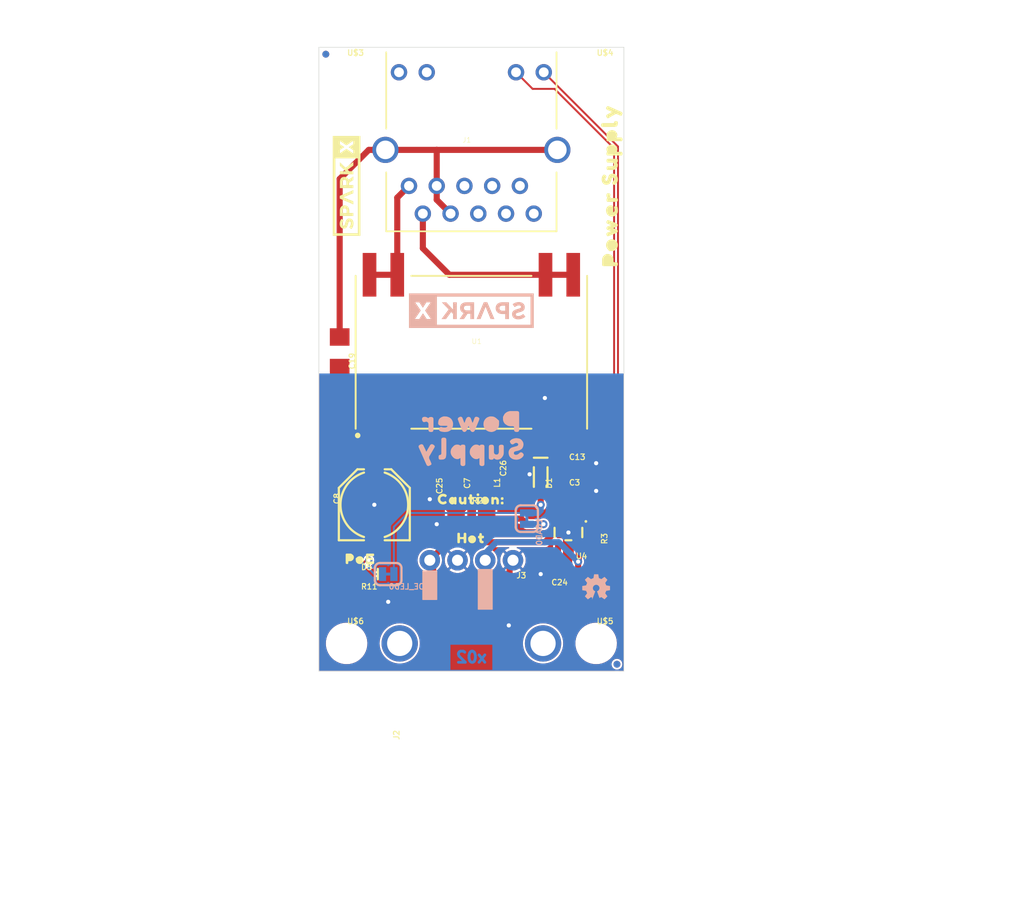
<source format=kicad_pcb>
(kicad_pcb (version 20221018) (generator pcbnew)
  (layers (0 "F.Cu" signal) (31 "B.Cu" signal) (34 "B.Paste" user) (35 "F.Paste" user) (36 "B.SilkS" user "B.Silkscreen") (37 "F.SilkS" user "F.Silkscreen") (38 "B.Mask" user) (39 "F.Mask" user) (44 "Edge.Cuts" user))
  (net 0 "")
  (net 1 "GND")
  (net 2 "3.3V")
  (net 3 "5V")
  (net 4 "N$10")
  (net 5 "PW+")
  (net 6 "PW-")
  (net 7 "GND-ISO")
  (net 8 "5V_RAW")
  (net 9 "5V_FILTER")
  (net 10 "N$9")
  (net 11 "N$6")
  (net 12 "N$5")
  (footprint "working:STAND-OFF" (layer "F.Cu") (at 159.9311 78.9686)
    (fp_text reference "U$4" (at 0 -2.032) (layer "F.SilkS") (effects (font (size 0.512064 0.512064) (thickness 0.097536)) (justify left)))
    (fp_text value "")
    (pad "" np_thru_hole circle (at 0 0) (size 3.302 3.302) (drill 3.302) (layers "*.Cu" "*.Mask"))
  )
  (footprint "working:0603" (layer "F.Cu") (at 157.3911 117.0686)
    (fp_text reference "C3" (at 0 -0.762) (layer "F.SilkS") (effects (font (size 0.512064 0.512064) (thickness 0.097536)) (justify left)))
    (fp_text value "0.1uF")
    (pad "1" smd rect (at -0.85 0) (size 1.1 1) (layers "F.Cu" "F.Paste" "F.Mask") (net 3 "5V"))
    (pad "2" smd rect (at 0.85 0) (size 1.1 1) (layers "F.Cu" "F.Paste" "F.Mask") (net 1 "GND"))
  )
  (footprint "working:SOT23-5" (layer "F.Cu") (at 157.3911 120.8786 180)
    (fp_text reference "U4" (at -1.778 -2.159) (layer "F.SilkS") (effects (font (size 0.512064 0.512064) (thickness 0.097536)) (justify right)))
    (fp_text value "3.3V")
    (pad "1" smd rect (at -0.95 1.3001 180) (size 0.55 1.2) (layers "F.Cu" "F.Paste" "F.Mask") (net 3 "5V"))
    (pad "2" smd rect (at 0 1.3001 180) (size 0.55 1.2) (layers "F.Cu" "F.Paste" "F.Mask") (net 1 "GND"))
    (pad "3" smd rect (at 0.95 1.3001 180) (size 0.55 1.2) (layers "F.Cu" "F.Paste" "F.Mask") (net 3 "5V"))
    (pad "4" smd rect (at 0.95 -1.3001 180) (size 0.55 1.2) (layers "F.Cu" "F.Paste" "F.Mask"))
    (pad "5" smd rect (at -0.95 -1.3001 180) (size 0.55 1.2) (layers "F.Cu" "F.Paste" "F.Mask") (net 2 "3.3V"))
  )
  (footprint "working:HOT1" (layer "F.Cu") (at 148.5011 121.3866)
    (fp_text reference "U$15" hide)
    (fp_text value "" hide)
  )
  (footprint "working:USB-A-S-NOSILK-FEMALE" (layer "F.Cu") (at 148.5011 133.5786 90)
    (fp_text reference "J2" (at -6.35 -6.858 90) (layer "F.SilkS") (effects (font (size 0.512064 0.512064) (thickness 0.097536)) (justify left)))
    (fp_text value "USB_A_SMT_FEMALE_NS")
    (pad "D+" smd rect (at 6.752 1 90) (size 3 0.9) (layers "F.Cu" "F.Paste" "F.Mask"))
    (pad "D-" smd rect (at 6.752 -1 90) (size 3 0.9) (layers "F.Cu" "F.Paste" "F.Mask"))
    (pad "GND" smd rect (at 6.752 3.5 90) (size 3 0.9) (layers "F.Cu" "F.Paste" "F.Mask") (net 1 "GND"))
    (pad "SHLD1" thru_hole circle (at 2.54 6.5659) (size 3.3274 3.3274) (drill 2.3114) (layers "*.Cu" "*.Mask"))
    (pad "SHLD2" thru_hole circle (at 2.54 -6.5659) (size 3.3274 3.3274) (drill 2.3114) (layers "*.Cu" "*.Mask"))
    (pad "VBUS" smd rect (at 6.752 -3.5 90) (size 3 0.9) (layers "F.Cu" "F.Paste" "F.Mask") (net 3 "5V"))
  )
  (footprint "working:0603" (layer "F.Cu") (at 157.3911 114.5286)
    (fp_text reference "C13" (at 0 -0.562) (layer "F.SilkS") (effects (font (size 0.512064 0.512064) (thickness 0.097536)) (justify left)))
    (fp_text value "0.22uF")
    (pad "1" smd rect (at -0.85 0) (size 1.1 1) (layers "F.Cu" "F.Paste" "F.Mask") (net 3 "5V"))
    (pad "2" smd rect (at 0.85 0) (size 1.1 1) (layers "F.Cu" "F.Paste" "F.Mask") (net 1 "GND"))
  )
  (footprint "working:0603" (layer "F.Cu") (at 159.9311 120.8786 -90)
    (fp_text reference "R3" (at 0 -0.762 90) (layer "F.SilkS") (effects (font (size 0.512064 0.512064) (thickness 0.097536)) (justify right)))
    (fp_text value "330")
    (pad "1" smd rect (at -0.85 0 270) (size 1.1 1) (layers "F.Cu" "F.Paste" "F.Mask") (net 4 "N$10"))
    (pad "2" smd rect (at 0.85 0 270) (size 1.1 1) (layers "F.Cu" "F.Paste" "F.Mask") (net 2 "3.3V"))
  )
  (footprint "working:LED-0603" (layer "F.Cu") (at 138.3411 124.6886)
    (fp_text reference "D5" (at 0 -0.635) (layer "F.SilkS") (effects (font (size 0.512064 0.512064) (thickness 0.097536)) (justify left)))
    (fp_text value "RED")
    (pad "A" smd roundrect (at -0.877 0 270) (size 1 1) (layers "F.Cu" "F.Paste" "F.Mask") (roundrect_rratio 0.15) (net 12 "N$5"))
    (pad "C" smd roundrect (at 0.877 0 270) (size 1 1) (layers "F.Cu" "F.Paste" "F.Mask") (roundrect_rratio 0.15) (net 1 "GND"))
  )
  (footprint "working:0603" (layer "F.Cu") (at 157.3911 124.6886 180)
    (fp_text reference "C24" (at 0 -0.762) (layer "F.SilkS") (effects (font (size 0.512064 0.512064) (thickness 0.097536)) (justify right)))
    (fp_text value "1.0uF")
    (pad "1" smd rect (at -0.85 0 180) (size 1.1 1) (layers "F.Cu" "F.Paste" "F.Mask") (net 2 "3.3V"))
    (pad "2" smd rect (at 0.85 0 180) (size 1.1 1) (layers "F.Cu" "F.Paste" "F.Mask") (net 1 "GND"))
  )
  (footprint "working:MAGJACK-SYM_LED" (layer "F.Cu") (at 148.5011 82.7786 180)
    (fp_text reference "J1" (at 0 -2.14) (layer "F.SilkS") (effects (font (size 0.4632 0.4632) (thickness 0.0368)) (justify right)))
    (fp_text value "MAGJACK-POE")
    (pad "" np_thru_hole circle (at -5.715 0 180) (size 3.25 3.25) (drill 3.25) (layers "*.Cu" "*.Mask"))
    (pad "" np_thru_hole circle (at 5.715 0 180) (size 3.25 3.25) (drill 3.25) (layers "*.Cu" "*.Mask"))
    (pad "1" thru_hole circle (at -5.715 -8.89 180) (size 1.5 1.5) (drill 0.9) (layers "*.Cu" "*.Mask"))
    (pad "2" thru_hole circle (at -4.445 -6.35 180) (size 1.5 1.5) (drill 0.9) (layers "*.Cu" "*.Mask"))
    (pad "3" thru_hole circle (at -3.175 -8.89 180) (size 1.5 1.5) (drill 0.9) (layers "*.Cu" "*.Mask"))
    (pad "4" thru_hole circle (at -1.905 -6.35 180) (size 1.5 1.5) (drill 0.9) (layers "*.Cu" "*.Mask"))
    (pad "5" thru_hole circle (at -0.635 -8.89 180) (size 1.5 1.5) (drill 0.9) (layers "*.Cu" "*.Mask"))
    (pad "6" thru_hole circle (at 0.635 -6.35 180) (size 1.5 1.5) (drill 0.9) (layers "*.Cu" "*.Mask"))
    (pad "7" thru_hole circle (at 1.905 -8.89 180) (size 1.5 1.5) (drill 0.9) (layers "*.Cu" "*.Mask") (net 7 "GND-ISO"))
    (pad "8" thru_hole circle (at 3.175 -6.35 180) (size 1.5 1.5) (drill 0.9) (layers "*.Cu" "*.Mask") (net 7 "GND-ISO"))
    (pad "9" thru_hole circle (at 4.445 -8.89 180) (size 1.5 1.5) (drill 0.9) (layers "*.Cu" "*.Mask") (net 5 "PW+"))
    (pad "10" thru_hole circle (at 5.715 -6.35 180) (size 1.5 1.5) (drill 0.9) (layers "*.Cu" "*.Mask") (net 6 "PW-"))
    (pad "11" thru_hole circle (at -6.63 4.06 180) (size 1.5 1.5) (drill 0.9) (layers "*.Cu" "*.Mask") (net 4 "N$10"))
    (pad "12" thru_hole circle (at -4.09 4.06 180) (size 1.5 1.5) (drill 0.9) (layers "*.Cu" "*.Mask") (net 1 "GND"))
    (pad "13" thru_hole circle (at 4.09 4.06 180) (size 1.5 1.5) (drill 0.9) (layers "*.Cu" "*.Mask"))
    (pad "14" thru_hole circle (at 6.63 4.06 180) (size 1.5 1.5) (drill 0.9) (layers "*.Cu" "*.Mask"))
    (pad "S1" thru_hole circle (at -7.875 -3.05 180) (size 2.4 2.4) (drill 1.7) (layers "*.Cu" "*.Mask") (net 7 "GND-ISO"))
    (pad "S2" thru_hole circle (at 7.875 -3.05 180) (size 2.4 2.4) (drill 1.7) (layers "*.Cu" "*.Mask") (net 7 "GND-ISO"))
  )
  (footprint "working:1206" (layer "F.Cu") (at 136.4361 104.3686 -90)
    (fp_text reference "C19" (at 0 -1.143 90) (layer "F.SilkS") (effects (font (size 0.512064 0.512064) (thickness 0.097536)) (justify right)))
    (fp_text value "1nF")
    (pad "1" smd rect (at -1.4 0 270) (size 1.6 1.8) (layers "F.Cu" "F.Paste" "F.Mask") (net 7 "GND-ISO"))
    (pad "2" smd rect (at 1.4 0 270) (size 1.6 1.8) (layers "F.Cu" "F.Paste" "F.Mask") (net 1 "GND"))
  )
  (footprint "working:SOD-323" (layer "F.Cu") (at 154.8511 115.7986 -90)
    (fp_text reference "D1" (at 0 -0.762 90) (layer "F.SilkS") (effects (font (size 0.512064 0.512064) (thickness 0.097536)) (justify right)))
    (fp_text value "3A/10V/280mV")
    (pad "A" smd rect (at 1.15 0 270) (size 0.63 0.83) (layers "F.Cu" "F.Paste" "F.Mask") (net 9 "5V_FILTER"))
    (pad "C" smd rect (at -1.15 0 270) (size 0.63 0.83) (layers "F.Cu" "F.Paste" "F.Mask") (net 3 "5V"))
  )
  (footprint "working:FIDUCIAL-MICRO" (layer "F.Cu") (at 161.8361 132.9436 90)
    (fp_text reference "FD1" hide)
    (fp_text value "FIDUCIALUFIDUCIAL" hide)
    (pad "1" smd roundrect (at 0 0 90) (size 0.635 0.635) (layers "F.Cu" "F.Mask") (roundrect_rratio 0.5))
  )
  (footprint "working:0805" (layer "F.Cu") (at 144.6911 115.7986 -90)
    (fp_text reference "C25" (at 0 -0.889 90) (layer "F.SilkS") (effects (font (size 0.512064 0.512064) (thickness 0.097536)) (justify right)))
    (fp_text value "10uF")
    (pad "1" smd rect (at -0.9 0 270) (size 0.8 1.2) (layers "F.Cu" "F.Paste" "F.Mask") (net 8 "5V_RAW"))
    (pad "2" smd rect (at 0.9 0 270) (size 0.8 1.2) (layers "F.Cu" "F.Paste" "F.Mask") (net 1 "GND"))
  )
  (footprint "working:SUPPLY1" (layer "F.Cu") (at 161.2011 85.3186 90)
    (fp_text reference "U$21" hide)
    (fp_text value "" hide)
  )
  (footprint "working:0603" (layer "F.Cu") (at 138.3411 126.5936)
    (fp_text reference "R11" (at 0 -0.762) (layer "F.SilkS") (effects (font (size 0.512064 0.512064) (thickness 0.097536)) (justify left)))
    (fp_text value "1k")
    (pad "1" smd rect (at -0.85 0) (size 1.1 1) (layers "F.Cu" "F.Paste" "F.Mask") (net 12 "N$5"))
    (pad "2" smd rect (at 0.85 0) (size 1.1 1) (layers "F.Cu" "F.Paste" "F.Mask") (net 11 "N$6"))
  )
  (footprint "working:#POE#0" (layer "F.Cu") (at 158.6611 89.1286 90)
    (fp_text reference "U$18" hide)
    (fp_text value "" hide)
  )
  (footprint "working:0805" (layer "F.Cu") (at 147.2311 115.7986 -90)
    (fp_text reference "C7" (at 0 -0.889 90) (layer "F.SilkS") (effects (font (size 0.512064 0.512064) (thickness 0.097536)) (justify right)))
    (fp_text value "10uF")
    (pad "1" smd rect (at -0.9 0 270) (size 0.8 1.2) (layers "F.Cu" "F.Paste" "F.Mask") (net 8 "5V_RAW"))
    (pad "2" smd rect (at 0.9 0 270) (size 0.8 1.2) (layers "F.Cu" "F.Paste" "F.Mask") (net 1 "GND"))
  )
  (footprint "working:1X04_NO_SILK" (layer "F.Cu") (at 152.3111 123.4186 180)
    (fp_text reference "J3" (at -1.27 -1.397) (layer "F.SilkS") (effects (font (size 0.512064 0.512064) (thickness 0.097536)) (justify right)))
    (fp_text value "")
    (pad "1" thru_hole circle (at 0 0 270) (size 1.8796 1.8796) (drill 1.016) (layers "*.Cu" "*.Mask") (net 1 "GND"))
    (pad "2" thru_hole circle (at 2.54 0 270) (size 1.8796 1.8796) (drill 1.016) (layers "*.Cu" "*.Mask") (net 2 "3.3V"))
    (pad "3" thru_hole circle (at 5.08 0 270) (size 1.8796 1.8796) (drill 1.016) (layers "*.Cu" "*.Mask") (net 1 "GND"))
    (pad "4" thru_hole circle (at 7.62 0 270) (size 1.8796 1.8796) (drill 1.016) (layers "*.Cu" "*.Mask") (net 3 "5V"))
  )
  (footprint "working:STAND-OFF" (layer "F.Cu") (at 137.0711 78.9686)
    (fp_text reference "U$3" (at 0 -2.032) (layer "F.SilkS") (effects (font (size 0.512064 0.512064) (thickness 0.097536)) (justify left)))
    (fp_text value "")
    (pad "" np_thru_hole circle (at 0 0) (size 3.302 3.302) (drill 3.302) (layers "*.Cu" "*.Mask"))
  )
  (footprint "working:0805" (layer "F.Cu") (at 152.3111 115.7986 90)
    (fp_text reference "C26" (at 0 -0.889 90) (layer "F.SilkS") (effects (font (size 0.512064 0.512064) (thickness 0.097536)) (justify left)))
    (fp_text value "10uF")
    (pad "1" smd rect (at -0.9 0 90) (size 0.8 1.2) (layers "F.Cu" "F.Paste" "F.Mask") (net 9 "5V_FILTER"))
    (pad "2" smd rect (at 0.9 0 90) (size 0.8 1.2) (layers "F.Cu" "F.Paste" "F.Mask") (net 1 "GND"))
  )
  (footprint "working:PANASONIC_D" (layer "F.Cu") (at 139.6111 118.3386 90)
    (fp_text reference "C8" (at 0 -3.429 90) (layer "F.SilkS") (effects (font (size 0.512064 0.512064) (thickness 0.097536)) (justify left)))
    (fp_text value "100uF")
    (pad "+" smd rect (at 2.4 0 90) (size 3 1.4) (layers "F.Cu" "F.Paste" "F.Mask") (net 8 "5V_RAW"))
    (pad "-" smd rect (at -2.4 0 90) (size 3 1.4) (layers "F.Cu" "F.Paste" "F.Mask") (net 1 "GND"))
  )
  (footprint "working:POWER0" (layer "F.Cu") (at 161.2011 93.0656 90)
    (fp_text reference "U$20" hide)
    (fp_text value "" hide)
  )
  (footprint "working:STAND-OFF" (layer "F.Cu") (at 137.0711 131.0386)
    (fp_text reference "U$6" (at 0 -2.032) (layer "F.SilkS") (effects (font (size 0.512064 0.512064) (thickness 0.097536)) (justify left)))
    (fp_text value "")
    (pad "" np_thru_hole circle (at 0 0) (size 3.302 3.302) (drill 3.302) (layers "*.Cu" "*.Mask"))
  )
  (footprint "working:STAND-OFF" (layer "F.Cu") (at 159.9311 131.0386)
    (fp_text reference "U$5" (at 0 -2.032) (layer "F.SilkS") (effects (font (size 0.512064 0.512064) (thickness 0.097536)) (justify left)))
    (fp_text value "")
    (pad "" np_thru_hole circle (at 0 0) (size 3.302 3.302) (drill 3.302) (layers "*.Cu" "*.Mask"))
  )
  (footprint "working:CREATIVE_COMMONS" (layer "F.Cu") (at 125.6411 153.8986)
    (fp_text reference "FRAME1" hide)
    (fp_text value "FRAME-LETTER" hide)
  )
  (footprint "working:0805-WIDE" (layer "F.Cu") (at 149.7711 115.7986 -90)
    (fp_text reference "L1" (at 0 -1.089 90) (layer "F.SilkS") (effects (font (size 0.512064 0.512064) (thickness 0.097536)) (justify right)))
    (fp_text value "2.2uH")
    (pad "1" smd rect (at -0.8 0 270) (size 0.8 1.8) (layers "F.Cu" "F.Paste" "F.Mask") (net 8 "5V_RAW"))
    (pad "2" smd rect (at 0.8 0 270) (size 0.8 1.8) (layers "F.Cu" "F.Paste" "F.Mask") (net 9 "5V_FILTER"))
  )
  (footprint "working:1206" (layer "F.Cu") (at 148.5011 119.6086)
    (fp_text reference "R2" (at 0 -1.651) (layer "F.SilkS") (effects (font (size 0.512064 0.512064) (thickness 0.097536)) (justify left)))
    (fp_text value "49.9OHM-1206-1/2W-1%" hide)
    (pad "1" smd rect (at -1.4 0) (size 1.6 1.8) (layers "F.Cu" "F.Paste" "F.Mask") (net 1 "GND"))
    (pad "2" smd rect (at 1.4 0) (size 1.6 1.8) (layers "F.Cu" "F.Paste" "F.Mask") (net 10 "N$9"))
  )
  (footprint "working:POE0" (layer "F.Cu") (at 138.3411 123.2916)
    (fp_text reference "U$16" hide)
    (fp_text value "" hide)
  )
  (footprint "working:DP990X" (layer "F.Cu") (at 148.5011 104.3686)
    (fp_text reference "U1" (at 0 -1) (layer "F.SilkS") (effects (font (size 0.4632 0.4632) (thickness 0.0368)) (justify left)))
    (fp_text value "POE_PSU-DP990X")
    (pad "1" smd rect (at -9.33 7.1) (size 1.25 4) (layers "F.Cu" "F.Paste" "F.Mask") (net 8 "5V_RAW"))
    (pad "2" smd rect (at -6.79 7.1) (size 1.25 4) (layers "F.Cu" "F.Paste" "F.Mask") (net 8 "5V_RAW"))
    (pad "3" smd rect (at 6.79 7.1) (size 1.25 4) (layers "F.Cu" "F.Paste" "F.Mask") (net 1 "GND"))
    (pad "4" smd rect (at 9.33 7.1) (size 1.25 4) (layers "F.Cu" "F.Paste" "F.Mask"))
    (pad "5" smd rect (at 9.33 -7.1 180) (size 1.25 4) (layers "F.Cu" "F.Paste" "F.Mask") (net 5 "PW+"))
    (pad "6" smd rect (at 6.79 -7.1 180) (size 1.25 4) (layers "F.Cu" "F.Paste" "F.Mask") (net 5 "PW+"))
    (pad "7" smd rect (at -6.79 -7.1 180) (size 1.25 4) (layers "F.Cu" "F.Paste" "F.Mask") (net 6 "PW-"))
    (pad "8" smd rect (at -9.33 -7.1 180) (size 1.25 4) (layers "F.Cu" "F.Paste" "F.Mask") (net 6 "PW-"))
  )
  (footprint "working:FIDUCIAL-MICRO" (layer "F.Cu") (at 135.1661 77.0636 90)
    (fp_text reference "FD2" hide)
    (fp_text value "FIDUCIALUFIDUCIAL" hide)
    (pad "1" smd roundrect (at 0 0 90) (size 0.635 0.635) (layers "F.Cu" "F.Mask") (roundrect_rratio 0.5))
  )
  (footprint "working:CAUTION#0" (layer "F.Cu") (at 148.5011 117.8306)
    (fp_text reference "U$14" hide)
    (fp_text value "" hide)
  )
  (footprint "working:SPARKX-MEDIUM" (layer "F.Cu") (at 137.0711 89.1286 90)
    (fp_text reference "U$7" hide)
    (fp_text value "SPARKX-LOGO4" hide)
  )
  (footprint "working:#GND#1" (layer "B.Cu") (at 147.2311 126.2126 -90)
    (fp_text reference "U$12" hide)
    (fp_text value "" hide)
  )
  (footprint "working:SPARKX-LARGE" (layer "B.Cu") (at 148.5011 100.5586 180)
    (fp_text reference "U$19" hide)
    (fp_text value "SPARKX-LOGO4" hide)
  )
  (footprint "working:OSHW-LOGO-MINI" (layer "B.Cu") (at 159.9311 125.9586 180)
    (fp_text reference "LOGO3" hide)
    (fp_text value "OSHW-LOGOMINI" hide)
  )
  (footprint "working:POWER_0" (layer "B.Cu") (at 147.9931 110.7186 180)
    (fp_text reference "U$17" hide)
    (fp_text value "" hide)
  )
  (footprint "working:#POE#0" (layer "B.Cu") (at 148.5011 108.1786 180)
    (fp_text reference "U$1" hide)
    (fp_text value "" hide)
  )
  (footprint "working:#5V#2" (layer "B.Cu") (at 144.6911 125.7046 -90)
    (fp_text reference "U$11" hide)
    (fp_text value "" hide)
  )
  (footprint "working:SMT-JUMPER_2_NC_TRACE_SILK" (layer "B.Cu") (at 153.5811 119.6086 90)
    (fp_text reference "LOAD0" (at 0 1.143 90) (layer "B.SilkS") (effects (font (size 0.512064 0.512064) (thickness 0.097536)) (justify left mirror)))
    (fp_text value "JUMPER-SMT_2_NC_TRACE_SILK")
    (fp_poly (pts (xy 0.1905 -0.13335) (xy -0.70485 -0.13335) (xy -0.70485 0.13335) (xy 0.1905 0.13335)) (fill solid) (layer "B.Cu"))
    (pad "1" smd rect (at -0.5207 0 90) (size 0.6604 1.27) (layers "B.Cu" "B.Mask") (net 10 "N$9"))
    (pad "2" smd rect (at 0.5207 0 90) (size 0.6604 1.27) (layers "B.Cu" "B.Mask") (net 9 "5V_FILTER"))
  )
  (footprint "working:#LOAD#0" (layer "B.Cu") (at 157.1371 119.6086 180)
    (fp_text reference "U$9" hide)
    (fp_text value "" hide)
  )
  (footprint "working:#GND#1" (layer "B.Cu") (at 152.3111 126.2126 -90)
    (fp_text reference "U$13" hide)
    (fp_text value "" hide)
  )
  (footprint "working:#LED#0" (layer "B.Cu") (at 140.8811 122.7836 180)
    (fp_text reference "U$8" hide)
    (fp_text value "" hide)
  )
  (footprint "working:FIDUCIAL-MICRO" (layer "B.Cu") (at 161.8361 132.9436 -90)
    (fp_text reference "FD3" hide)
    (fp_text value "FIDUCIALUFIDUCIAL" hide)
    (pad "1" smd roundrect (at 0 0 270) (size 0.635 0.635) (layers "B.Cu" "B.Mask") (roundrect_rratio 0.5))
  )
  (footprint "working:SUPPLY_1" (layer "B.Cu") (at 147.9931 113.2586 180)
    (fp_text reference "U$22" hide)
    (fp_text value "" hide)
  )
  (footprint "working:#3V3#0" (layer "B.Cu") (at 149.7711 126.0856 -90)
    (fp_text reference "U$10" hide)
    (fp_text value "" hide)
  )
  (footprint "working:SMT-JUMPER_2_NC_TRACE_SILK" (layer "B.Cu") (at 140.8811 124.6886)
    (fp_text reference "POE_LED0" (at 0 1.143) (layer "B.SilkS") (effects (font (size 0.512064 0.512064) (thickness 0.097536)) (justify right mirror)))
    (fp_text value "JUMPER-SMT_2_NC_TRACE_SILK")
    (fp_poly (pts (xy 0.1905 -0.13335) (xy -0.70485 -0.13335) (xy -0.70485 0.13335) (xy 0.1905 0.13335)) (fill solid) (layer "B.Cu"))
    (pad "1" smd rect (at -0.5207 0) (size 0.6604 1.27) (layers "B.Cu" "B.Mask") (net 11 "N$6"))
    (pad "2" smd rect (at 0.5207 0) (size 0.6604 1.27) (layers "B.Cu" "B.Mask") (net 9 "5V_FILTER"))
  )
  (footprint "working:FIDUCIAL-MICRO" (layer "B.Cu") (at 135.1661 77.0636 -90)
    (fp_text reference "FD4" hide)
    (fp_text value "FIDUCIALUFIDUCIAL" hide)
    (pad "1" smd roundrect (at 0 0 270) (size 0.635 0.635) (layers "B.Cu" "B.Mask") (roundrect_rratio 0.5))
  )
  (gr_line (start 162.4711 133.5786) (end 134.5311 133.5786) (stroke (width 0.05)) (layer "Edge.Cuts"))
  (gr_line (start 162.4711 76.4286) (end 134.5311 76.4286) (stroke (width 0.05)) (layer "Edge.Cuts"))
  (gr_line (start 162.4711 133.5786) (end 162.4711 76.4286) (stroke (width 0.05)) (layer "Edge.Cuts"))
  (gr_line (start 134.5311 76.4286) (end 134.5311 133.5786) (stroke (width 0.05)) (layer "Edge.Cuts"))
  (gr_text "x02" (at 148.5011 132.3086) (layer "B.Cu") (effects (font (size 1.016 1.016) (thickness 0.254)) (justify mirror)))
  (segment (start 161.5755 114.1542) (end 161.2011 114.5286) (width 0.1778) (layer "F.Cu") (net 1))
  (segment (start 154.1111 80.2386) (end 156.1211 80.2386) (width 0.1778) (layer "F.Cu") (net 1))
  (segment (start 136.4361 105.7686) (end 136.4361 108.8136) (width 0.5588) (layer "F.Cu") (net 1))
  (segment (start 152.0011 123.7286) (end 152.3111 123.4186) (width 0.5588) (layer "F.Cu") (net 1))
  (segment (start 161.2011 114.5286) (end 158.2411 114.5286) (width 0.1778) (layer "F.Cu") (net 1))
  (segment (start 161.5755 85.693) (end 161.5755 114.1542) (width 0.1778) (layer "F.Cu") (net 1))
  (segment (start 152.0011 126.8266) (end 152.0011 123.7286) (width 0.5588) (layer "F.Cu") (net 1))
  (segment (start 152.5911 78.7186) (end 154.1111 80.2386) (width 0.1778) (layer "F.Cu") (net 1))
  (segment (start 156.1211 80.2386) (end 161.5755 85.693) (width 0.1778) (layer "F.Cu") (net 1))
  (segment (start 136.4361 108.8136) (end 137.0711 109.4486) (width 0.5588) (layer "F.Cu") (net 1))
  (via (at 157.3911 120.8786) (size 0.7366) (drill 0.381) (layers "F.Cu" "B.Cu") (net 1))
  (via (at 144.6911 117.8306) (size 0.7366) (drill 0.381) (layers "F.Cu" "B.Cu") (net 1))
  (via (at 159.9311 117.0686) (size 0.7366) (drill 0.381) (layers "F.Cu" "B.Cu") (net 1))
  (via (at 154.8511 124.6886) (size 0.7366) (drill 0.381) (layers "F.Cu" "B.Cu") (net 1))
  (via (at 151.9301 129.3876) (size 0.7366) (drill 0.381) (layers "F.Cu" "B.Cu") (net 1))
  (via (at 153.8351 115.5446) (size 0.7366) (drill 0.381) (layers "F.Cu" "B.Cu") (net 1))
  (via (at 145.3261 120.1166) (size 0.7366) (drill 0.381) (layers "F.Cu" "B.Cu") (net 1))
  (via (at 139.6111 118.3386) (size 0.7366) (drill 0.381) (layers "F.Cu" "B.Cu") (net 1))
  (via (at 155.2321 108.5596) (size 0.7366) (drill 0.381) (layers "F.Cu" "B.Cu") (net 1))
  (via (at 140.8811 127.2286) (size 0.7366) (drill 0.381) (layers "F.Cu" "B.Cu") (net 1))
  (via (at 159.9311 114.5286) (size 0.7366) (drill 0.381) (layers "F.Cu" "B.Cu") (net 1))
  (segment (start 158.7912 121.7286) (end 158.3411 122.1787) (width 0.5588) (layer "F.Cu") (net 2))
  (segment (start 159.9311 121.7286) (end 158.7912 121.7286) (width 0.5588) (layer "F.Cu") (net 2))
  (segment (start 158.2801 124.6496) (end 158.2411 124.6886) (width 0.5588) (layer "F.Cu") (net 2))
  (segment (start 158.3411 123.4186) (end 158.3411 123.4846) (width 0.5588) (layer "F.Cu") (net 2))
  (segment (start 158.2801 123.5456) (end 158.2801 124.6496) (width 0.5588) (layer "F.Cu") (net 2))
  (segment (start 158.3411 123.4846) (end 158.2801 123.5456) (width 0.5588) (layer "F.Cu") (net 2))
  (segment (start 158.3411 122.1787) (end 158.3411 123.4186) (width 0.5588) (layer "F.Cu") (net 2))
  (via (at 158.2801 123.5456) (size 0.7366) (drill 0.381) (layers "F.Cu" "B.Cu") (net 2))
  (segment (start 149.7711 123.4186) (end 149.7711 122.7836) (width 0.5588) (layer "B.Cu") (net 2))
  (segment (start 150.7871 121.7676) (end 156.5021 121.7676) (width 0.5588) (layer "B.Cu") (net 2))
  (segment (start 156.5021 121.7676) (end 158.2801 123.5456) (width 0.5588) (layer "B.Cu") (net 2))
  (segment (start 149.7711 122.7836) (end 150.7871 121.7676) (width 0.5588) (layer "B.Cu") (net 2))
  (segment (start 146.3421 121.7676) (end 155.2321 121.7676) (width 0.5588) (layer "F.Cu") (net 3))
  (segment (start 154.8511 114.6486) (end 156.4211 114.6486) (width 0.5588) (layer "F.Cu") (net 3))
  (segment (start 156.4411 118.3386) (end 156.4411 117.1686) (width 0.5588) (layer "F.Cu") (net 3))
  (segment (start 145.0011 123.7286) (end 144.6911 123.4186) (width 0.5588) (layer "F.Cu") (net 3))
  (segment (start 156.5411 114.5286) (end 156.5411 117.0686) (width 0.5588) (layer "F.Cu") (net 3))
  (segment (start 158.1531 118.3386) (end 156.4411 118.3386) (width 0.5588) (layer "F.Cu") (net 3))
  (segment (start 158.3411 119.5785) (end 158.3411 118.5266) (width 0.5588) (layer "F.Cu") (net 3))
  (segment (start 145.0011 126.8266) (end 145.0011 123.7286) (width 0.5588) (layer "F.Cu") (net 3))
  (segment (start 156.4211 114.6486) (end 156.5411 114.5286) (width 0.5588) (layer "F.Cu") (net 3))
  (segment (start 156.4411 117.1686) (end 156.5411 117.0686) (width 0.5588) (layer "F.Cu") (net 3))
  (segment (start 156.4411 119.5785) (end 156.4411 118.3386) (width 0.5588) (layer "F.Cu") (net 3))
  (segment (start 144.6911 123.4186) (end 146.3421 121.7676) (width 0.5588) (layer "F.Cu") (net 3))
  (segment (start 158.3411 118.5266) (end 158.1531 118.3386) (width 0.5588) (layer "F.Cu") (net 3))
  (segment (start 155.2321 121.7676) (end 156.4411 120.5586) (width 0.5588) (layer "F.Cu") (net 3))
  (segment (start 156.4411 120.5586) (end 156.4411 119.5785) (width 0.5588) (layer "F.Cu") (net 3))
  (segment (start 161.9311 85.5186) (end 161.9311 118.0286) (width 0.1778) (layer "F.Cu") (net 4))
  (segment (start 161.9311 85.5186) (end 155.1311 78.7186) (width 0.1778) (layer "F.Cu") (net 4))
  (segment (start 159.9311 120.0286) (end 161.9311 118.0286) (width 0.1778) (layer "F.Cu") (net 4))
  (segment (start 144.0561 91.6686) (end 144.0561 94.8436) (width 0.5588) (layer "F.Cu") (net 5))
  (segment (start 146.4811 97.2686) (end 155.2911 97.2686) (width 0.5588) (layer "F.Cu") (net 5))
  (segment (start 144.0561 94.8436) (end 146.4811 97.2686) (width 0.5588) (layer "F.Cu") (net 5))
  (segment (start 155.2911 97.2686) (end 157.8311 97.2686) (width 0.5588) (layer "F.Cu") (net 5))
  (segment (start 142.7861 89.1286) (end 141.7111 90.2036) (width 0.5588) (layer "F.Cu") (net 6))
  (segment (start 141.7111 97.2686) (end 139.1711 97.2686) (width 0.5588) (layer "F.Cu") (net 6))
  (segment (start 141.7111 90.2036) (end 141.7111 97.2686) (width 0.5588) (layer "F.Cu") (net 6))
  (segment (start 140.6261 85.8286) (end 145.3261 85.8286) (width 0.5588) (layer "F.Cu") (net 7))
  (segment (start 145.3261 85.8286) (end 156.3761 85.8286) (width 0.5588) (layer "F.Cu") (net 7))
  (segment (start 136.4361 88.4936) (end 139.1011 85.8286) (width 0.5588) (layer "F.Cu") (net 7))
  (segment (start 145.3261 90.3986) (end 145.3261 89.1286) (width 0.5588) (layer "F.Cu") (net 7))
  (segment (start 146.5961 91.6686) (end 145.3261 90.3986) (width 0.5588) (layer "F.Cu") (net 7))
  (segment (start 139.1011 85.8286) (end 140.6261 85.8286) (width 0.5588) (layer "F.Cu") (net 7))
  (segment (start 145.3261 89.1286) (end 145.3261 85.8286) (width 0.5588) (layer "F.Cu") (net 7))
  (segment (start 136.4361 102.9686) (end 136.4361 88.4936) (width 0.5588) (layer "F.Cu") (net 7))
  (segment (start 147.2311 114.8986) (end 149.6711 114.8986) (width 0.5588) (layer "F.Cu") (net 8))
  (segment (start 144.6911 114.8986) (end 144.6801 114.9096) (width 0.5588) (layer "F.Cu") (net 8))
  (segment (start 141.7111 115.4766) (end 141.2491 115.9386) (width 0.5588) (layer "F.Cu") (net 8))
  (segment (start 141.7111 114.9096) (end 141.7111 115.4766) (width 0.5588) (layer "F.Cu") (net 8))
  (segment (start 141.7111 111.4686) (end 139.1711 111.4686) (width 0.5588) (layer "F.Cu") (net 8))
  (segment (start 149.6711 114.8986) (end 149.7711 114.9986) (width 0.5588) (layer "F.Cu") (net 8))
  (segment (start 141.2491 115.9386) (end 139.6111 115.9386) (width 0.5588) (layer "F.Cu") (net 8))
  (segment (start 141.7111 111.4686) (end 141.7111 114.9096) (width 0.5588) (layer "F.Cu") (net 8))
  (segment (start 147.2311 114.8986) (end 144.6911 114.8986) (width 0.5588) (layer "F.Cu") (net 8))
  (segment (start 144.6801 114.9096) (end 141.7111 114.9096) (width 0.5588) (layer "F.Cu") (net 8))
  (segment (start 154.8511 116.9486) (end 154.8511 118.3386) (width 0.5588) (layer "F.Cu") (net 9))
  (segment (start 149.7711 116.5986) (end 152.2111 116.5986) (width 0.5588) (layer "F.Cu") (net 9))
  (segment (start 152.2111 116.5986) (end 152.3111 116.6986) (width 0.5588) (layer "F.Cu") (net 9))
  (segment (start 154.8511 116.9486) (end 153.7151 116.9486) (width 0.5588) (layer "F.Cu") (net 9))
  (segment (start 153.7151 116.9486) (end 153.4651 116.6986) (width 0.5588) (layer "F.Cu") (net 9))
  (segment (start 152.3111 116.6986) (end 153.4651 116.6986) (width 0.5588) (layer "F.Cu") (net 9))
  (via (at 154.8511 118.3386) (size 0.7366) (drill 0.381) (layers "F.Cu" "B.Cu") (net 9))
  (segment (start 152.0698 119.0879) (end 142.6718 119.0879) (width 0.1778) (layer "B.Cu") (net 9))
  (segment (start 154.6098 119.0879) (end 154.8511 118.8466) (width 0.5588) (layer "B.Cu") (net 9))
  (segment (start 152.0698 119.0879) (end 152.3111 119.0879) (width 0.1778) (layer "B.Cu") (net 9))
  (segment (start 142.6718 119.0879) (end 141.4018 120.3579) (width 0.1778) (layer "B.Cu") (net 9))
  (segment (start 154.8511 118.8466) (end 154.8511 118.3386) (width 0.5588) (layer "B.Cu") (net 9))
  (segment (start 153.5811 119.0879) (end 154.6098 119.0879) (width 0.5588) (layer "B.Cu") (net 9))
  (segment (start 141.4018 120.3579) (end 141.4018 124.6886) (width 0.1778) (layer "B.Cu") (net 9))
  (segment (start 152.3111 119.0879) (end 153.5811 119.0879) (width 0.1778) (layer "B.Cu") (net 9))
  (segment (start 155.1051 120.1166) (end 153.5811 120.1166) (width 0.5588) (layer "F.Cu") (net 10))
  (segment (start 153.0731 119.6086) (end 149.9011 119.6086) (width 0.5588) (layer "F.Cu") (net 10))
  (segment (start 153.5811 120.1166) (end 153.0731 119.6086) (width 0.5588) (layer "F.Cu") (net 10))
  (via (at 155.1051 120.1166) (size 0.7366) (drill 0.381) (layers "F.Cu" "B.Cu") (net 10))
  (segment (start 153.5811 120.1293) (end 153.5938 120.1166) (width 0.5588) (layer "B.Cu") (net 10))
  (segment (start 153.5938 120.1166) (end 155.1051 120.1166) (width 0.5588) (layer "B.Cu") (net 10))
  (segment (start 138.3411 123.9266) (end 138.8491 123.4186) (width 0.1778) (layer "F.Cu") (net 11))
  (segment (start 138.3411 125.7436) (end 138.3411 123.9266) (width 0.1778) (layer "F.Cu") (net 11))
  (segment (start 138.8491 123.4186) (end 139.1031 123.4186) (width 0.1778) (layer "F.Cu") (net 11))
  (segment (start 139.1911 126.5936) (end 138.3411 125.7436) (width 0.1778) (layer "F.Cu") (net 11))
  (via (at 139.1031 123.4186) (size 0.6604) (drill 0.3048) (layers "F.Cu" "B.Cu") (net 11))
  (segment (start 139.6111 124.6886) (end 140.3604 124.6886) (width 0.1778) (layer "B.Cu") (net 11))
  (segment (start 139.1031 124.1806) (end 139.6111 124.6886) (width 0.1778) (layer "B.Cu") (net 11))
  (segment (start 139.1031 123.4186) (end 139.1031 124.1806) (width 0.1778) (layer "B.Cu") (net 11))
  (segment (start 137.4911 126.5936) (end 137.4641 126.5666) (width 0.1778) (layer "F.Cu") (net 12))
  (segment (start 137.4641 124.6886) (end 137.4641 126.5666) (width 0.1778) (layer "F.Cu") (net 12))
  (zone (net 1) (net_name "GND") (layer "F.Cu") (priority 6) (connect_pads (clearance 0.1778)) (min_thickness 0.0889) (fill yes (thermal_gap 0.2278) (thermal_bridge_width 0.2278))
    (polygon (pts (xy 162.56 133.6675) (xy 134.4422 133.6675) (xy 134.4422 106.3117) (xy 162.56 106.3117)))
  )
  (zone (net 1) (net_name "GND") (layer "B.Cu") (priority 6) (connect_pads (clearance 0.1778)) (min_thickness 0.0889) (fill yes (thermal_gap 0.2278) (thermal_bridge_width 0.2278))
    (polygon (pts (xy 162.56 133.6675) (xy 134.4422 133.6675) (xy 134.4422 106.3117) (xy 162.56 106.3117)))
  )
)
</source>
